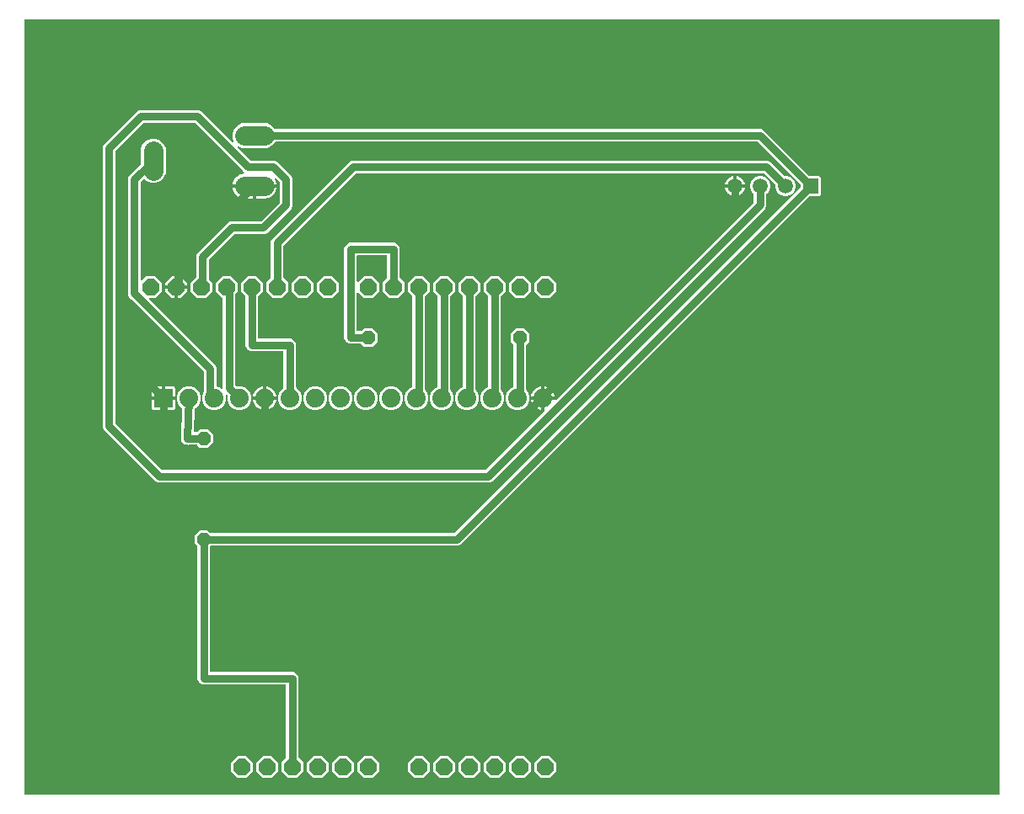
<source format=gbr>
G04 EAGLE Gerber RS-274X export*
G75*
%MOMM*%
%FSLAX34Y34*%
%LPD*%
%INBottom Copper*%
%IPPOS*%
%AMOC8*
5,1,8,0,0,1.08239X$1,22.5*%
G01*
%ADD10R,1.879600X1.879600*%
%ADD11C,1.879600*%
%ADD12P,1.539592X8X202.500000*%
%ADD13C,1.981200*%
%ADD14P,1.814519X8X22.500000*%
%ADD15R,1.508000X1.508000*%
%ADD16C,1.508000*%
%ADD17P,1.429621X8X292.500000*%
%ADD18C,0.762000*%

G36*
X989098Y10164D02*
X989098Y10164D01*
X989117Y10162D01*
X989219Y10184D01*
X989321Y10200D01*
X989338Y10210D01*
X989358Y10214D01*
X989447Y10267D01*
X989538Y10316D01*
X989552Y10330D01*
X989569Y10340D01*
X989636Y10419D01*
X989708Y10494D01*
X989716Y10512D01*
X989729Y10527D01*
X989768Y10623D01*
X989811Y10717D01*
X989813Y10737D01*
X989821Y10755D01*
X989839Y10922D01*
X989839Y789078D01*
X989836Y789098D01*
X989838Y789117D01*
X989816Y789219D01*
X989800Y789321D01*
X989790Y789338D01*
X989786Y789358D01*
X989733Y789447D01*
X989684Y789538D01*
X989670Y789552D01*
X989660Y789569D01*
X989581Y789636D01*
X989506Y789708D01*
X989488Y789716D01*
X989473Y789729D01*
X989377Y789768D01*
X989283Y789811D01*
X989263Y789813D01*
X989245Y789821D01*
X989078Y789839D01*
X10922Y789839D01*
X10902Y789836D01*
X10883Y789838D01*
X10781Y789816D01*
X10679Y789800D01*
X10662Y789790D01*
X10642Y789786D01*
X10553Y789733D01*
X10462Y789684D01*
X10448Y789670D01*
X10431Y789660D01*
X10364Y789581D01*
X10292Y789506D01*
X10284Y789488D01*
X10271Y789473D01*
X10232Y789377D01*
X10189Y789283D01*
X10187Y789263D01*
X10179Y789245D01*
X10161Y789078D01*
X10161Y10922D01*
X10164Y10902D01*
X10162Y10883D01*
X10184Y10781D01*
X10200Y10679D01*
X10210Y10662D01*
X10214Y10642D01*
X10267Y10553D01*
X10316Y10462D01*
X10330Y10448D01*
X10340Y10431D01*
X10419Y10364D01*
X10494Y10292D01*
X10512Y10284D01*
X10527Y10271D01*
X10623Y10232D01*
X10717Y10189D01*
X10737Y10187D01*
X10755Y10179D01*
X10922Y10161D01*
X989078Y10161D01*
X989098Y10164D01*
G37*
%LPC*%
G36*
X274876Y27177D02*
X274876Y27177D01*
X268477Y33576D01*
X268477Y42624D01*
X272826Y46973D01*
X272879Y47047D01*
X272939Y47117D01*
X272951Y47147D01*
X272970Y47173D01*
X272997Y47260D01*
X273031Y47345D01*
X273035Y47386D01*
X273042Y47408D01*
X273041Y47440D01*
X273049Y47512D01*
X273049Y119888D01*
X273046Y119908D01*
X273048Y119927D01*
X273026Y120029D01*
X273010Y120131D01*
X273000Y120148D01*
X272996Y120168D01*
X272943Y120257D01*
X272894Y120348D01*
X272880Y120362D01*
X272870Y120379D01*
X272791Y120446D01*
X272716Y120518D01*
X272698Y120526D01*
X272683Y120539D01*
X272587Y120578D01*
X272493Y120621D01*
X272473Y120623D01*
X272455Y120631D01*
X272288Y120649D01*
X189237Y120649D01*
X186903Y121616D01*
X185116Y123403D01*
X184149Y125737D01*
X184149Y259803D01*
X184135Y259893D01*
X184127Y259984D01*
X184115Y260014D01*
X184110Y260046D01*
X184067Y260126D01*
X184031Y260210D01*
X184005Y260242D01*
X183994Y260263D01*
X183971Y260285D01*
X183926Y260341D01*
X181355Y262912D01*
X181355Y270488D01*
X186712Y275845D01*
X194288Y275845D01*
X196859Y273274D01*
X196933Y273221D01*
X197002Y273161D01*
X197032Y273149D01*
X197059Y273130D01*
X197146Y273103D01*
X197230Y273069D01*
X197271Y273065D01*
X197294Y273058D01*
X197326Y273059D01*
X197397Y273051D01*
X441554Y273051D01*
X441644Y273065D01*
X441735Y273073D01*
X441765Y273085D01*
X441797Y273090D01*
X441878Y273133D01*
X441961Y273169D01*
X441994Y273195D01*
X442014Y273206D01*
X442036Y273229D01*
X442092Y273274D01*
X789796Y620978D01*
X789849Y621052D01*
X789909Y621121D01*
X789921Y621151D01*
X789940Y621177D01*
X789967Y621264D01*
X790001Y621349D01*
X790005Y621390D01*
X790012Y621412D01*
X790011Y621444D01*
X790019Y621516D01*
X790019Y623084D01*
X790005Y623174D01*
X789997Y623265D01*
X789985Y623295D01*
X789980Y623327D01*
X789937Y623408D01*
X789901Y623491D01*
X789875Y623524D01*
X789864Y623544D01*
X789841Y623566D01*
X789796Y623622D01*
X746892Y666526D01*
X746818Y666579D01*
X746749Y666639D01*
X746719Y666651D01*
X746693Y666670D01*
X746606Y666697D01*
X746521Y666731D01*
X746480Y666735D01*
X746458Y666742D01*
X746425Y666741D01*
X746354Y666749D01*
X262556Y666749D01*
X262441Y666730D01*
X262325Y666713D01*
X262320Y666711D01*
X262314Y666710D01*
X262211Y666655D01*
X262106Y666602D01*
X262102Y666597D01*
X262096Y666594D01*
X262016Y666510D01*
X261934Y666426D01*
X261930Y666420D01*
X261927Y666416D01*
X261919Y666399D01*
X261853Y666279D01*
X261758Y666049D01*
X258257Y662548D01*
X253682Y660653D01*
X228918Y660653D01*
X225130Y662222D01*
X225035Y662245D01*
X224942Y662273D01*
X224916Y662273D01*
X224891Y662278D01*
X224794Y662269D01*
X224696Y662267D01*
X224672Y662258D01*
X224646Y662255D01*
X224557Y662216D01*
X224465Y662182D01*
X224445Y662166D01*
X224421Y662155D01*
X224349Y662089D01*
X224273Y662029D01*
X224259Y662007D01*
X224240Y661989D01*
X224193Y661904D01*
X224140Y661822D01*
X224134Y661796D01*
X224121Y661773D01*
X224104Y661678D01*
X224080Y661583D01*
X224082Y661557D01*
X224078Y661531D01*
X224092Y661435D01*
X224099Y661338D01*
X224110Y661314D01*
X224113Y661288D01*
X224158Y661201D01*
X224196Y661112D01*
X224216Y661086D01*
X224225Y661069D01*
X224249Y661046D01*
X224301Y660981D01*
X237358Y647924D01*
X237432Y647871D01*
X237501Y647811D01*
X237531Y647799D01*
X237557Y647780D01*
X237644Y647753D01*
X237729Y647719D01*
X237770Y647715D01*
X237792Y647708D01*
X237825Y647709D01*
X237896Y647701D01*
X261613Y647701D01*
X263947Y646734D01*
X278434Y632247D01*
X279401Y629913D01*
X279401Y601987D01*
X278434Y599653D01*
X253787Y575006D01*
X251453Y574039D01*
X221386Y574039D01*
X221296Y574025D01*
X221205Y574017D01*
X221175Y574005D01*
X221143Y574000D01*
X221062Y573957D01*
X220979Y573921D01*
X220946Y573895D01*
X220926Y573884D01*
X220904Y573861D01*
X220848Y573816D01*
X195804Y548772D01*
X195751Y548698D01*
X195691Y548629D01*
X195679Y548599D01*
X195660Y548573D01*
X195633Y548486D01*
X195599Y548401D01*
X195595Y548360D01*
X195588Y548338D01*
X195589Y548305D01*
X195581Y548234D01*
X195581Y528842D01*
X195595Y528752D01*
X195603Y528661D01*
X195615Y528631D01*
X195620Y528599D01*
X195663Y528518D01*
X195699Y528434D01*
X195725Y528402D01*
X195736Y528382D01*
X195759Y528359D01*
X195804Y528303D01*
X198883Y525224D01*
X198883Y516176D01*
X192484Y509777D01*
X183436Y509777D01*
X177037Y516176D01*
X177037Y525224D01*
X182656Y530843D01*
X182709Y530917D01*
X182769Y530987D01*
X182781Y531017D01*
X182800Y531043D01*
X182827Y531130D01*
X182861Y531215D01*
X182865Y531256D01*
X182872Y531278D01*
X182871Y531310D01*
X182879Y531382D01*
X182879Y552443D01*
X183846Y554777D01*
X214843Y585774D01*
X217177Y586741D01*
X247244Y586741D01*
X247334Y586755D01*
X247425Y586763D01*
X247455Y586775D01*
X247487Y586780D01*
X247568Y586823D01*
X247651Y586859D01*
X247684Y586885D01*
X247704Y586896D01*
X247726Y586919D01*
X247782Y586964D01*
X266476Y605658D01*
X266529Y605732D01*
X266589Y605801D01*
X266601Y605831D01*
X266620Y605857D01*
X266647Y605944D01*
X266681Y606029D01*
X266685Y606070D01*
X266692Y606092D01*
X266691Y606125D01*
X266699Y606196D01*
X266699Y625704D01*
X266685Y625794D01*
X266677Y625885D01*
X266665Y625915D01*
X266660Y625947D01*
X266617Y626027D01*
X266581Y626111D01*
X266555Y626144D01*
X266544Y626164D01*
X266521Y626186D01*
X266476Y626242D01*
X263127Y629592D01*
X263124Y629594D01*
X263121Y629597D01*
X263022Y629667D01*
X262927Y629735D01*
X262923Y629737D01*
X262920Y629739D01*
X262805Y629773D01*
X262692Y629808D01*
X262688Y629808D01*
X262684Y629809D01*
X262566Y629805D01*
X262446Y629801D01*
X262442Y629800D01*
X262438Y629800D01*
X262329Y629758D01*
X262215Y629717D01*
X262212Y629714D01*
X262208Y629713D01*
X262117Y629638D01*
X262023Y629563D01*
X262021Y629560D01*
X262018Y629557D01*
X261955Y629458D01*
X261890Y629356D01*
X261889Y629352D01*
X261887Y629349D01*
X261859Y629234D01*
X261830Y629118D01*
X261830Y629114D01*
X261829Y629110D01*
X261840Y628990D01*
X261849Y628873D01*
X261851Y628869D01*
X261851Y628865D01*
X261910Y628708D01*
X262741Y627078D01*
X263346Y625215D01*
X263567Y623823D01*
X242062Y623823D01*
X242042Y623820D01*
X242023Y623822D01*
X241921Y623800D01*
X241819Y623783D01*
X241802Y623774D01*
X241782Y623770D01*
X241693Y623717D01*
X241602Y623668D01*
X241588Y623654D01*
X241571Y623644D01*
X241504Y623565D01*
X241433Y623490D01*
X241424Y623472D01*
X241411Y623457D01*
X241373Y623361D01*
X241329Y623267D01*
X241327Y623247D01*
X241319Y623229D01*
X241301Y623062D01*
X241301Y622299D01*
X241299Y622299D01*
X241299Y623062D01*
X241296Y623082D01*
X241298Y623101D01*
X241276Y623203D01*
X241259Y623305D01*
X241250Y623322D01*
X241246Y623342D01*
X241193Y623431D01*
X241144Y623522D01*
X241130Y623536D01*
X241120Y623553D01*
X241041Y623620D01*
X240966Y623691D01*
X240948Y623700D01*
X240933Y623713D01*
X240837Y623752D01*
X240743Y623795D01*
X240723Y623797D01*
X240705Y623805D01*
X240538Y623823D01*
X219033Y623823D01*
X219254Y625215D01*
X219859Y627078D01*
X220749Y628823D01*
X221900Y630409D01*
X223285Y631794D01*
X224871Y632945D01*
X226616Y633835D01*
X228479Y634440D01*
X230414Y634747D01*
X230734Y634747D01*
X230805Y634758D01*
X230877Y634760D01*
X230926Y634778D01*
X230977Y634786D01*
X231040Y634820D01*
X231108Y634845D01*
X231148Y634877D01*
X231194Y634902D01*
X231244Y634954D01*
X231300Y634998D01*
X231328Y635042D01*
X231364Y635080D01*
X231394Y635145D01*
X231433Y635205D01*
X231445Y635256D01*
X231467Y635303D01*
X231475Y635374D01*
X231493Y635444D01*
X231489Y635496D01*
X231494Y635547D01*
X231479Y635618D01*
X231474Y635689D01*
X231453Y635737D01*
X231442Y635788D01*
X231405Y635849D01*
X231377Y635915D01*
X231332Y635971D01*
X231316Y635999D01*
X231298Y636014D01*
X231272Y636046D01*
X229459Y637860D01*
X181742Y685576D01*
X181668Y685629D01*
X181599Y685689D01*
X181569Y685701D01*
X181543Y685720D01*
X181456Y685747D01*
X181371Y685781D01*
X181330Y685785D01*
X181308Y685792D01*
X181275Y685791D01*
X181204Y685799D01*
X129946Y685799D01*
X129856Y685785D01*
X129765Y685777D01*
X129735Y685765D01*
X129703Y685760D01*
X129622Y685717D01*
X129539Y685681D01*
X129506Y685655D01*
X129486Y685644D01*
X129464Y685621D01*
X129408Y685576D01*
X101824Y657992D01*
X101771Y657918D01*
X101711Y657849D01*
X101699Y657819D01*
X101680Y657793D01*
X101653Y657706D01*
X101619Y657621D01*
X101615Y657580D01*
X101608Y657558D01*
X101609Y657525D01*
X101601Y657454D01*
X101601Y383946D01*
X101615Y383856D01*
X101623Y383765D01*
X101635Y383735D01*
X101640Y383703D01*
X101665Y383657D01*
X101665Y383655D01*
X101672Y383644D01*
X101683Y383622D01*
X101719Y383539D01*
X101745Y383506D01*
X101756Y383486D01*
X101779Y383464D01*
X101782Y383460D01*
X101792Y383444D01*
X101802Y383435D01*
X101824Y383408D01*
X148458Y336774D01*
X148532Y336721D01*
X148601Y336661D01*
X148631Y336649D01*
X148657Y336630D01*
X148744Y336603D01*
X148829Y336569D01*
X148870Y336565D01*
X148892Y336558D01*
X148925Y336559D01*
X148996Y336551D01*
X473304Y336551D01*
X473394Y336565D01*
X473485Y336573D01*
X473515Y336585D01*
X473547Y336590D01*
X473628Y336633D01*
X473711Y336669D01*
X473744Y336695D01*
X473764Y336706D01*
X473786Y336729D01*
X473842Y336774D01*
X532904Y395836D01*
X532909Y395842D01*
X532915Y395847D01*
X532981Y395943D01*
X533048Y396035D01*
X533050Y396043D01*
X533055Y396050D01*
X533087Y396161D01*
X533120Y396270D01*
X533120Y396278D01*
X533122Y396286D01*
X533117Y396401D01*
X533114Y396516D01*
X533111Y396524D01*
X533111Y396532D01*
X533069Y396639D01*
X533029Y396747D01*
X533024Y396754D01*
X533022Y396761D01*
X532948Y396849D01*
X532876Y396939D01*
X532869Y396944D01*
X532864Y396950D01*
X532766Y397010D01*
X532669Y397072D01*
X532661Y397074D01*
X532654Y397079D01*
X532542Y397104D01*
X532430Y397132D01*
X532423Y397132D01*
X532423Y407477D01*
X542775Y407477D01*
X542775Y407407D01*
X542778Y407400D01*
X542778Y407391D01*
X542818Y407283D01*
X542855Y407174D01*
X542860Y407168D01*
X542863Y407160D01*
X542935Y407071D01*
X543005Y406979D01*
X543011Y406975D01*
X543016Y406968D01*
X543114Y406906D01*
X543209Y406842D01*
X543217Y406840D01*
X543223Y406835D01*
X543335Y406807D01*
X543446Y406777D01*
X543454Y406777D01*
X543462Y406775D01*
X543576Y406784D01*
X543692Y406791D01*
X543699Y406794D01*
X543707Y406795D01*
X543812Y406839D01*
X543920Y406882D01*
X543926Y406888D01*
X543933Y406891D01*
X544064Y406996D01*
X742726Y605658D01*
X742779Y605732D01*
X742839Y605801D01*
X742851Y605831D01*
X742870Y605857D01*
X742897Y605944D01*
X742931Y606029D01*
X742935Y606070D01*
X742942Y606092D01*
X742941Y606125D01*
X742949Y606196D01*
X742949Y614079D01*
X742935Y614169D01*
X742927Y614260D01*
X742915Y614290D01*
X742910Y614322D01*
X742867Y614403D01*
X742831Y614486D01*
X742805Y614519D01*
X742794Y614539D01*
X742771Y614561D01*
X742726Y614617D01*
X740754Y616590D01*
X739219Y620295D01*
X739219Y624305D01*
X740754Y628010D01*
X743590Y630846D01*
X747295Y632381D01*
X751305Y632381D01*
X755010Y630846D01*
X757846Y628010D01*
X759381Y624305D01*
X759381Y620295D01*
X757846Y616590D01*
X755874Y614617D01*
X755821Y614543D01*
X755761Y614474D01*
X755749Y614444D01*
X755730Y614418D01*
X755703Y614331D01*
X755669Y614246D01*
X755665Y614205D01*
X755658Y614183D01*
X755659Y614150D01*
X755651Y614079D01*
X755651Y601987D01*
X754684Y599653D01*
X479847Y324816D01*
X477513Y323849D01*
X144787Y323849D01*
X142453Y324816D01*
X89866Y377403D01*
X88899Y379737D01*
X88899Y661663D01*
X89866Y663997D01*
X123403Y697534D01*
X125737Y698501D01*
X185413Y698501D01*
X187747Y697534D01*
X219275Y666007D01*
X219354Y665950D01*
X219429Y665888D01*
X219453Y665878D01*
X219474Y665863D01*
X219568Y665834D01*
X219658Y665799D01*
X219685Y665798D01*
X219710Y665791D01*
X219807Y665793D01*
X219904Y665789D01*
X219929Y665796D01*
X219955Y665797D01*
X220047Y665830D01*
X220140Y665858D01*
X220162Y665872D01*
X220186Y665881D01*
X220263Y665942D01*
X220342Y665998D01*
X220358Y666019D01*
X220378Y666035D01*
X220431Y666117D01*
X220489Y666195D01*
X220497Y666220D01*
X220511Y666242D01*
X220535Y666336D01*
X220565Y666429D01*
X220565Y666455D01*
X220572Y666481D01*
X220564Y666578D01*
X220563Y666675D01*
X220554Y666706D01*
X220552Y666726D01*
X220540Y666756D01*
X220516Y666836D01*
X218947Y670624D01*
X218947Y675576D01*
X220842Y680151D01*
X224343Y683652D01*
X228918Y685547D01*
X253682Y685547D01*
X258257Y683652D01*
X261758Y680151D01*
X261853Y679921D01*
X261915Y679821D01*
X261975Y679721D01*
X261979Y679717D01*
X261983Y679712D01*
X262073Y679637D01*
X262161Y679561D01*
X262167Y679559D01*
X262172Y679555D01*
X262281Y679513D01*
X262390Y679469D01*
X262397Y679468D01*
X262402Y679467D01*
X262420Y679466D01*
X262556Y679451D01*
X750563Y679451D01*
X752897Y678484D01*
X798778Y632604D01*
X798852Y632551D01*
X798921Y632491D01*
X798951Y632479D01*
X798977Y632460D01*
X799064Y632433D01*
X799149Y632399D01*
X799190Y632395D01*
X799212Y632388D01*
X799245Y632389D01*
X799316Y632381D01*
X808692Y632381D01*
X810181Y630892D01*
X810181Y613708D01*
X808692Y612219D01*
X799316Y612219D01*
X799226Y612205D01*
X799135Y612197D01*
X799105Y612185D01*
X799073Y612180D01*
X798992Y612137D01*
X798909Y612101D01*
X798876Y612075D01*
X798856Y612064D01*
X798834Y612041D01*
X798778Y611996D01*
X448097Y261316D01*
X445763Y260349D01*
X197612Y260349D01*
X197592Y260346D01*
X197573Y260348D01*
X197471Y260326D01*
X197369Y260310D01*
X197352Y260300D01*
X197332Y260296D01*
X197243Y260243D01*
X197152Y260194D01*
X197138Y260180D01*
X197121Y260170D01*
X197054Y260091D01*
X196982Y260016D01*
X196974Y259998D01*
X196961Y259983D01*
X196922Y259887D01*
X196879Y259793D01*
X196877Y259773D01*
X196869Y259755D01*
X196851Y259588D01*
X196851Y134112D01*
X196854Y134092D01*
X196852Y134073D01*
X196874Y133971D01*
X196890Y133869D01*
X196900Y133852D01*
X196904Y133832D01*
X196957Y133743D01*
X197006Y133652D01*
X197020Y133638D01*
X197030Y133621D01*
X197109Y133554D01*
X197184Y133482D01*
X197202Y133474D01*
X197217Y133461D01*
X197313Y133422D01*
X197407Y133379D01*
X197427Y133377D01*
X197445Y133369D01*
X197612Y133351D01*
X280663Y133351D01*
X282997Y132384D01*
X284784Y130597D01*
X285751Y128263D01*
X285751Y47512D01*
X285765Y47422D01*
X285773Y47331D01*
X285785Y47301D01*
X285790Y47269D01*
X285833Y47188D01*
X285869Y47104D01*
X285895Y47072D01*
X285906Y47052D01*
X285929Y47029D01*
X285974Y46973D01*
X290323Y42624D01*
X290323Y33576D01*
X283924Y27177D01*
X274876Y27177D01*
G37*
%LPD*%
%LPC*%
G36*
X259636Y509777D02*
X259636Y509777D01*
X253237Y516176D01*
X253237Y525224D01*
X257586Y529573D01*
X257631Y529635D01*
X257660Y529666D01*
X257666Y529678D01*
X257699Y529717D01*
X257711Y529747D01*
X257730Y529773D01*
X257757Y529860D01*
X257791Y529945D01*
X257795Y529986D01*
X257802Y530008D01*
X257801Y530040D01*
X257809Y530112D01*
X257809Y566413D01*
X258776Y568747D01*
X336763Y646734D01*
X339097Y647701D01*
X756913Y647701D01*
X759247Y646734D01*
X773378Y632604D01*
X773452Y632551D01*
X773521Y632491D01*
X773551Y632479D01*
X773577Y632460D01*
X773664Y632433D01*
X773749Y632399D01*
X773790Y632395D01*
X773812Y632388D01*
X773845Y632389D01*
X773916Y632381D01*
X776705Y632381D01*
X780410Y630846D01*
X783246Y628010D01*
X784781Y624305D01*
X784781Y620295D01*
X783246Y616590D01*
X780410Y613754D01*
X776705Y612219D01*
X772695Y612219D01*
X768990Y613754D01*
X766154Y616590D01*
X764619Y620295D01*
X764619Y623084D01*
X764605Y623174D01*
X764597Y623265D01*
X764585Y623295D01*
X764580Y623327D01*
X764537Y623408D01*
X764501Y623491D01*
X764475Y623524D01*
X764464Y623544D01*
X764441Y623566D01*
X764396Y623622D01*
X753242Y634776D01*
X753168Y634829D01*
X753099Y634889D01*
X753069Y634901D01*
X753043Y634920D01*
X752956Y634947D01*
X752871Y634981D01*
X752830Y634985D01*
X752808Y634992D01*
X752775Y634991D01*
X752704Y634999D01*
X343306Y634999D01*
X343216Y634985D01*
X343125Y634977D01*
X343095Y634965D01*
X343063Y634960D01*
X342982Y634917D01*
X342899Y634881D01*
X342866Y634855D01*
X342846Y634844D01*
X342824Y634821D01*
X342768Y634776D01*
X270734Y562742D01*
X270681Y562668D01*
X270621Y562599D01*
X270609Y562569D01*
X270590Y562543D01*
X270563Y562456D01*
X270529Y562371D01*
X270525Y562330D01*
X270518Y562308D01*
X270519Y562275D01*
X270511Y562204D01*
X270511Y530112D01*
X270525Y530022D01*
X270533Y529931D01*
X270545Y529901D01*
X270550Y529869D01*
X270593Y529788D01*
X270629Y529704D01*
X270655Y529672D01*
X270666Y529652D01*
X270689Y529629D01*
X270701Y529614D01*
X270707Y529604D01*
X270714Y529598D01*
X270734Y529573D01*
X275083Y525224D01*
X275083Y516176D01*
X268684Y509777D01*
X259636Y509777D01*
G37*
%LPD*%
%LPC*%
G36*
X198325Y397061D02*
X198325Y397061D01*
X193937Y398879D01*
X190579Y402237D01*
X188761Y406625D01*
X188761Y411375D01*
X190441Y415431D01*
X190456Y415495D01*
X190481Y415555D01*
X190490Y415638D01*
X190497Y415670D01*
X190496Y415690D01*
X190499Y415722D01*
X190499Y435204D01*
X190485Y435294D01*
X190477Y435385D01*
X190465Y435415D01*
X190460Y435447D01*
X190417Y435528D01*
X190381Y435611D01*
X190355Y435644D01*
X190344Y435664D01*
X190321Y435686D01*
X190276Y435742D01*
X117160Y508859D01*
X115266Y510753D01*
X114299Y513087D01*
X114299Y629913D01*
X115266Y632247D01*
X127030Y644012D01*
X127083Y644086D01*
X127143Y644155D01*
X127155Y644185D01*
X127174Y644211D01*
X127201Y644298D01*
X127235Y644383D01*
X127239Y644424D01*
X127246Y644446D01*
X127245Y644479D01*
X127253Y644550D01*
X127253Y660082D01*
X129148Y664657D01*
X132649Y668158D01*
X137224Y670053D01*
X142176Y670053D01*
X146751Y668158D01*
X150252Y664657D01*
X152147Y660082D01*
X152147Y635318D01*
X150252Y630743D01*
X146751Y627242D01*
X142176Y625347D01*
X137224Y625347D01*
X132649Y627242D01*
X130975Y628917D01*
X130959Y628929D01*
X130946Y628944D01*
X130859Y629000D01*
X130775Y629060D01*
X130756Y629066D01*
X130739Y629077D01*
X130639Y629102D01*
X130540Y629133D01*
X130520Y629132D01*
X130501Y629137D01*
X130398Y629129D01*
X130294Y629126D01*
X130275Y629120D01*
X130255Y629118D01*
X130161Y629078D01*
X130063Y629042D01*
X130047Y629029D01*
X130029Y629022D01*
X129898Y628917D01*
X127224Y626242D01*
X127171Y626168D01*
X127111Y626099D01*
X127099Y626069D01*
X127080Y626043D01*
X127053Y625955D01*
X127019Y625871D01*
X127015Y625830D01*
X127008Y625808D01*
X127009Y625775D01*
X127001Y625704D01*
X127001Y527826D01*
X127012Y527755D01*
X127014Y527683D01*
X127032Y527634D01*
X127040Y527583D01*
X127074Y527520D01*
X127099Y527452D01*
X127131Y527412D01*
X127156Y527365D01*
X127208Y527316D01*
X127252Y527260D01*
X127296Y527232D01*
X127334Y527196D01*
X127399Y527166D01*
X127459Y527127D01*
X127510Y527114D01*
X127557Y527092D01*
X127628Y527085D01*
X127698Y527067D01*
X127750Y527071D01*
X127801Y527065D01*
X127872Y527081D01*
X127943Y527086D01*
X127991Y527107D01*
X128042Y527118D01*
X128103Y527154D01*
X128169Y527183D01*
X128225Y527227D01*
X128253Y527244D01*
X128268Y527262D01*
X128300Y527287D01*
X132636Y531623D01*
X141684Y531623D01*
X148083Y525224D01*
X148083Y516176D01*
X141684Y509777D01*
X136042Y509777D01*
X135971Y509766D01*
X135899Y509764D01*
X135850Y509746D01*
X135799Y509738D01*
X135736Y509704D01*
X135668Y509679D01*
X135628Y509647D01*
X135582Y509622D01*
X135532Y509570D01*
X135476Y509526D01*
X135448Y509482D01*
X135412Y509444D01*
X135382Y509379D01*
X135343Y509319D01*
X135331Y509268D01*
X135309Y509221D01*
X135301Y509150D01*
X135283Y509080D01*
X135287Y509028D01*
X135282Y508977D01*
X135297Y508906D01*
X135302Y508835D01*
X135323Y508787D01*
X135334Y508736D01*
X135371Y508675D01*
X135399Y508609D01*
X135443Y508553D01*
X135460Y508525D01*
X135478Y508510D01*
X135504Y508478D01*
X202234Y441747D01*
X203201Y439413D01*
X203201Y421395D01*
X203220Y421280D01*
X203237Y421164D01*
X203239Y421159D01*
X203240Y421152D01*
X203295Y421049D01*
X203348Y420945D01*
X203353Y420941D01*
X203356Y420935D01*
X203440Y420855D01*
X203524Y420773D01*
X203530Y420769D01*
X203534Y420766D01*
X203551Y420758D01*
X203671Y420692D01*
X207463Y419121D01*
X208250Y418334D01*
X208308Y418292D01*
X208360Y418243D01*
X208407Y418221D01*
X208449Y418191D01*
X208518Y418170D01*
X208583Y418139D01*
X208635Y418134D01*
X208685Y418118D01*
X208756Y418120D01*
X208827Y418112D01*
X208878Y418123D01*
X208930Y418125D01*
X208998Y418149D01*
X209068Y418164D01*
X209113Y418191D01*
X209161Y418209D01*
X209217Y418254D01*
X209279Y418291D01*
X209313Y418330D01*
X209353Y418363D01*
X209392Y418423D01*
X209439Y418478D01*
X209458Y418526D01*
X209486Y418570D01*
X209504Y418639D01*
X209531Y418706D01*
X209539Y418777D01*
X209547Y418808D01*
X209545Y418832D01*
X209549Y418872D01*
X209549Y509016D01*
X209546Y509036D01*
X209548Y509055D01*
X209526Y509157D01*
X209510Y509259D01*
X209500Y509276D01*
X209496Y509296D01*
X209443Y509385D01*
X209394Y509476D01*
X209380Y509490D01*
X209370Y509507D01*
X209291Y509574D01*
X209216Y509646D01*
X209198Y509654D01*
X209183Y509667D01*
X209087Y509706D01*
X208993Y509749D01*
X208973Y509751D01*
X208955Y509759D01*
X208842Y509771D01*
X202437Y516176D01*
X202437Y525224D01*
X208836Y531623D01*
X217884Y531623D01*
X224283Y525224D01*
X224283Y516176D01*
X222474Y514367D01*
X222421Y514293D01*
X222361Y514223D01*
X222349Y514193D01*
X222330Y514167D01*
X222303Y514080D01*
X222269Y513995D01*
X222265Y513954D01*
X222258Y513932D01*
X222259Y513900D01*
X222251Y513828D01*
X222251Y422046D01*
X222265Y421956D01*
X222273Y421865D01*
X222285Y421835D01*
X222290Y421803D01*
X222333Y421723D01*
X222369Y421639D01*
X222395Y421606D01*
X222406Y421586D01*
X222429Y421564D01*
X222474Y421508D01*
X222883Y421098D01*
X222977Y421031D01*
X223072Y420961D01*
X223077Y420959D01*
X223083Y420955D01*
X223195Y420920D01*
X223305Y420884D01*
X223312Y420884D01*
X223318Y420883D01*
X223434Y420886D01*
X223551Y420887D01*
X223559Y420889D01*
X223564Y420889D01*
X223581Y420895D01*
X223712Y420933D01*
X223725Y420939D01*
X228475Y420939D01*
X232863Y419121D01*
X236221Y415763D01*
X238039Y411375D01*
X238039Y406625D01*
X236221Y402237D01*
X232863Y398879D01*
X228475Y397061D01*
X223725Y397061D01*
X219337Y398879D01*
X215979Y402237D01*
X214161Y406625D01*
X214161Y411465D01*
X214163Y411473D01*
X214163Y411479D01*
X214164Y411484D01*
X214161Y411515D01*
X214161Y411526D01*
X214159Y411541D01*
X214153Y411602D01*
X214150Y411642D01*
X214150Y411657D01*
X214149Y411662D01*
X214144Y411718D01*
X214142Y411723D01*
X214141Y411729D01*
X214105Y411811D01*
X214103Y411818D01*
X214092Y411845D01*
X214087Y411853D01*
X214048Y411945D01*
X214044Y411950D01*
X214042Y411954D01*
X214030Y411967D01*
X213969Y412044D01*
X213962Y412054D01*
X213957Y412059D01*
X213943Y412076D01*
X213927Y412092D01*
X213894Y412115D01*
X213876Y412135D01*
X213840Y412155D01*
X213773Y412211D01*
X213748Y412220D01*
X213727Y412235D01*
X213634Y412264D01*
X213543Y412299D01*
X213517Y412300D01*
X213492Y412308D01*
X213395Y412305D01*
X213297Y412309D01*
X213272Y412302D01*
X213246Y412301D01*
X213155Y412268D01*
X213061Y412241D01*
X213040Y412226D01*
X213015Y412217D01*
X212939Y412156D01*
X212859Y412100D01*
X212844Y412079D01*
X212823Y412063D01*
X212770Y411981D01*
X212712Y411903D01*
X212704Y411878D01*
X212690Y411856D01*
X212666Y411762D01*
X212636Y411669D01*
X212636Y411643D01*
X212630Y411618D01*
X212638Y411520D01*
X212639Y411423D01*
X212639Y406625D01*
X210821Y402237D01*
X207463Y398879D01*
X203075Y397061D01*
X198325Y397061D01*
G37*
%LPD*%
%LPC*%
G36*
X351602Y460247D02*
X351602Y460247D01*
X348523Y463326D01*
X348449Y463379D01*
X348379Y463439D01*
X348349Y463451D01*
X348323Y463470D01*
X348236Y463497D01*
X348151Y463531D01*
X348110Y463535D01*
X348088Y463542D01*
X348056Y463541D01*
X347984Y463549D01*
X336557Y463549D01*
X334223Y464516D01*
X332436Y466303D01*
X331469Y468637D01*
X331469Y560063D01*
X332436Y562397D01*
X334223Y564184D01*
X336557Y565151D01*
X382263Y565151D01*
X384597Y564184D01*
X386384Y562397D01*
X387351Y560063D01*
X387351Y530112D01*
X387365Y530022D01*
X387373Y529931D01*
X387385Y529901D01*
X387390Y529869D01*
X387433Y529788D01*
X387469Y529704D01*
X387495Y529672D01*
X387506Y529652D01*
X387529Y529629D01*
X387541Y529614D01*
X387547Y529604D01*
X387554Y529598D01*
X387574Y529573D01*
X391923Y525224D01*
X391923Y516176D01*
X385524Y509777D01*
X376476Y509777D01*
X370077Y516176D01*
X370077Y525224D01*
X374426Y529573D01*
X374471Y529635D01*
X374500Y529666D01*
X374506Y529678D01*
X374539Y529717D01*
X374551Y529747D01*
X374570Y529773D01*
X374597Y529860D01*
X374631Y529945D01*
X374635Y529986D01*
X374642Y530008D01*
X374641Y530040D01*
X374649Y530112D01*
X374649Y551688D01*
X374646Y551708D01*
X374648Y551727D01*
X374626Y551829D01*
X374610Y551931D01*
X374600Y551948D01*
X374596Y551968D01*
X374543Y552057D01*
X374494Y552148D01*
X374480Y552162D01*
X374470Y552179D01*
X374391Y552246D01*
X374316Y552318D01*
X374298Y552326D01*
X374283Y552339D01*
X374187Y552378D01*
X374093Y552421D01*
X374073Y552423D01*
X374055Y552431D01*
X373888Y552449D01*
X344932Y552449D01*
X344912Y552446D01*
X344893Y552448D01*
X344791Y552426D01*
X344689Y552410D01*
X344672Y552400D01*
X344652Y552396D01*
X344563Y552343D01*
X344472Y552294D01*
X344458Y552280D01*
X344441Y552270D01*
X344374Y552191D01*
X344302Y552116D01*
X344294Y552098D01*
X344281Y552083D01*
X344242Y551987D01*
X344199Y551893D01*
X344197Y551873D01*
X344189Y551855D01*
X344171Y551688D01*
X344171Y526556D01*
X344182Y526485D01*
X344184Y526413D01*
X344202Y526364D01*
X344210Y526313D01*
X344244Y526250D01*
X344269Y526182D01*
X344301Y526142D01*
X344326Y526095D01*
X344378Y526046D01*
X344422Y525990D01*
X344466Y525962D01*
X344504Y525926D01*
X344569Y525896D01*
X344629Y525857D01*
X344680Y525844D01*
X344727Y525822D01*
X344798Y525815D01*
X344868Y525797D01*
X344920Y525801D01*
X344971Y525795D01*
X345042Y525811D01*
X345113Y525816D01*
X345161Y525837D01*
X345212Y525848D01*
X345273Y525884D01*
X345339Y525913D01*
X345395Y525957D01*
X345423Y525974D01*
X345438Y525992D01*
X345470Y526017D01*
X351076Y531623D01*
X360124Y531623D01*
X366523Y525224D01*
X366523Y516176D01*
X360124Y509777D01*
X351076Y509777D01*
X345470Y515383D01*
X345412Y515425D01*
X345360Y515474D01*
X345313Y515496D01*
X345271Y515526D01*
X345202Y515547D01*
X345137Y515578D01*
X345085Y515583D01*
X345035Y515599D01*
X344964Y515597D01*
X344893Y515605D01*
X344842Y515594D01*
X344790Y515592D01*
X344722Y515568D01*
X344652Y515552D01*
X344607Y515526D01*
X344559Y515508D01*
X344503Y515463D01*
X344441Y515426D01*
X344407Y515387D01*
X344367Y515354D01*
X344328Y515294D01*
X344281Y515239D01*
X344262Y515191D01*
X344234Y515147D01*
X344216Y515078D01*
X344189Y515011D01*
X344181Y514940D01*
X344173Y514909D01*
X344175Y514885D01*
X344171Y514844D01*
X344171Y477012D01*
X344174Y476992D01*
X344172Y476973D01*
X344194Y476871D01*
X344210Y476769D01*
X344220Y476752D01*
X344224Y476732D01*
X344277Y476643D01*
X344326Y476552D01*
X344340Y476538D01*
X344350Y476521D01*
X344429Y476454D01*
X344504Y476382D01*
X344522Y476374D01*
X344537Y476361D01*
X344633Y476322D01*
X344727Y476279D01*
X344747Y476277D01*
X344765Y476269D01*
X344932Y476251D01*
X347984Y476251D01*
X348074Y476265D01*
X348165Y476273D01*
X348195Y476285D01*
X348227Y476290D01*
X348308Y476333D01*
X348392Y476369D01*
X348424Y476395D01*
X348445Y476406D01*
X348467Y476429D01*
X348523Y476474D01*
X351602Y479553D01*
X359598Y479553D01*
X365253Y473898D01*
X365253Y465902D01*
X359598Y460247D01*
X351602Y460247D01*
G37*
%LPD*%
%LPC*%
G36*
X274525Y397061D02*
X274525Y397061D01*
X270137Y398879D01*
X266779Y402237D01*
X264961Y406625D01*
X264961Y411375D01*
X266779Y415763D01*
X270173Y419157D01*
X270271Y419216D01*
X270275Y419220D01*
X270280Y419223D01*
X270355Y419314D01*
X270431Y419403D01*
X270433Y419408D01*
X270437Y419413D01*
X270479Y419522D01*
X270523Y419631D01*
X270524Y419638D01*
X270525Y419642D01*
X270526Y419660D01*
X270541Y419798D01*
X270515Y455169D01*
X270511Y455188D01*
X270514Y455207D01*
X270492Y455309D01*
X270475Y455411D01*
X270465Y455429D01*
X270461Y455448D01*
X270408Y455537D01*
X270359Y455629D01*
X270345Y455642D01*
X270335Y455659D01*
X270256Y455726D01*
X270181Y455798D01*
X270163Y455806D01*
X270148Y455819D01*
X270052Y455858D01*
X269958Y455901D01*
X269938Y455903D01*
X269920Y455911D01*
X269753Y455929D01*
X237497Y455929D01*
X235163Y456896D01*
X233376Y458683D01*
X232409Y461017D01*
X232409Y511288D01*
X232395Y511378D01*
X232387Y511469D01*
X232375Y511499D01*
X232370Y511531D01*
X232327Y511612D01*
X232291Y511696D01*
X232265Y511728D01*
X232254Y511748D01*
X232231Y511771D01*
X232186Y511827D01*
X227837Y516176D01*
X227837Y525224D01*
X234236Y531623D01*
X243284Y531623D01*
X249683Y525224D01*
X249683Y516176D01*
X245334Y511827D01*
X245281Y511753D01*
X245221Y511683D01*
X245209Y511653D01*
X245190Y511627D01*
X245163Y511540D01*
X245129Y511455D01*
X245125Y511414D01*
X245118Y511392D01*
X245119Y511360D01*
X245111Y511288D01*
X245111Y469392D01*
X245114Y469372D01*
X245112Y469353D01*
X245134Y469251D01*
X245150Y469149D01*
X245160Y469132D01*
X245164Y469112D01*
X245217Y469023D01*
X245266Y468932D01*
X245280Y468918D01*
X245290Y468901D01*
X245369Y468834D01*
X245444Y468762D01*
X245462Y468754D01*
X245477Y468741D01*
X245573Y468702D01*
X245667Y468659D01*
X245687Y468657D01*
X245705Y468649D01*
X245872Y468631D01*
X276855Y468631D01*
X276856Y468631D01*
X278121Y468632D01*
X279294Y468146D01*
X279295Y468146D01*
X279295Y468145D01*
X280456Y467666D01*
X281347Y466774D01*
X281348Y466774D01*
X282243Y465880D01*
X282726Y464713D01*
X282726Y464712D01*
X283211Y463546D01*
X283211Y462284D01*
X283243Y419803D01*
X283262Y419688D01*
X283279Y419573D01*
X283281Y419567D01*
X283283Y419561D01*
X283337Y419457D01*
X283390Y419354D01*
X283395Y419349D01*
X283398Y419343D01*
X283483Y419263D01*
X283566Y419181D01*
X283572Y419178D01*
X283576Y419174D01*
X283594Y419166D01*
X283648Y419136D01*
X287021Y415763D01*
X288839Y411375D01*
X288839Y406625D01*
X287021Y402237D01*
X283663Y398879D01*
X279275Y397061D01*
X274525Y397061D01*
G37*
%LPD*%
%LPC*%
G36*
X426925Y397061D02*
X426925Y397061D01*
X422537Y398879D01*
X419179Y402237D01*
X417361Y406625D01*
X417361Y411375D01*
X419179Y415763D01*
X422537Y419121D01*
X424979Y420133D01*
X425079Y420194D01*
X425179Y420254D01*
X425183Y420259D01*
X425188Y420262D01*
X425263Y420352D01*
X425339Y420441D01*
X425341Y420447D01*
X425345Y420452D01*
X425387Y420560D01*
X425431Y420669D01*
X425432Y420677D01*
X425433Y420681D01*
X425434Y420700D01*
X425449Y420836D01*
X425449Y511288D01*
X425435Y511378D01*
X425427Y511469D01*
X425415Y511499D01*
X425410Y511531D01*
X425367Y511612D01*
X425331Y511696D01*
X425305Y511728D01*
X425294Y511748D01*
X425271Y511771D01*
X425226Y511827D01*
X420877Y516176D01*
X420877Y525224D01*
X427276Y531623D01*
X436324Y531623D01*
X442723Y525224D01*
X442723Y516176D01*
X438374Y511827D01*
X438321Y511753D01*
X438261Y511683D01*
X438249Y511653D01*
X438230Y511627D01*
X438203Y511540D01*
X438169Y511455D01*
X438165Y511414D01*
X438158Y511392D01*
X438159Y511360D01*
X438151Y511288D01*
X438151Y417349D01*
X438165Y417258D01*
X438173Y417168D01*
X438185Y417138D01*
X438190Y417106D01*
X438233Y417025D01*
X438269Y416941D01*
X438295Y416909D01*
X438306Y416888D01*
X438329Y416866D01*
X438374Y416810D01*
X439421Y415763D01*
X441239Y411375D01*
X441239Y406625D01*
X439421Y402237D01*
X436063Y398879D01*
X431675Y397061D01*
X426925Y397061D01*
G37*
%LPD*%
%LPC*%
G36*
X401525Y397061D02*
X401525Y397061D01*
X397137Y398879D01*
X393779Y402237D01*
X391961Y406625D01*
X391961Y411375D01*
X393779Y415763D01*
X397137Y419121D01*
X399579Y420133D01*
X399679Y420194D01*
X399779Y420254D01*
X399783Y420259D01*
X399788Y420262D01*
X399863Y420352D01*
X399939Y420441D01*
X399941Y420447D01*
X399945Y420452D01*
X399987Y420560D01*
X400031Y420669D01*
X400032Y420677D01*
X400033Y420681D01*
X400034Y420700D01*
X400049Y420836D01*
X400049Y511288D01*
X400035Y511378D01*
X400027Y511469D01*
X400015Y511499D01*
X400010Y511531D01*
X399967Y511612D01*
X399931Y511696D01*
X399905Y511728D01*
X399894Y511748D01*
X399871Y511771D01*
X399826Y511827D01*
X395477Y516176D01*
X395477Y525224D01*
X401876Y531623D01*
X410924Y531623D01*
X417323Y525224D01*
X417323Y516176D01*
X412974Y511827D01*
X412921Y511753D01*
X412861Y511683D01*
X412849Y511653D01*
X412830Y511627D01*
X412803Y511540D01*
X412769Y511455D01*
X412765Y511414D01*
X412758Y511392D01*
X412759Y511360D01*
X412751Y511288D01*
X412751Y417349D01*
X412765Y417258D01*
X412773Y417168D01*
X412785Y417138D01*
X412790Y417106D01*
X412833Y417025D01*
X412869Y416941D01*
X412895Y416909D01*
X412906Y416888D01*
X412929Y416866D01*
X412974Y416810D01*
X414021Y415763D01*
X415839Y411375D01*
X415839Y406625D01*
X414021Y402237D01*
X410663Y398879D01*
X406275Y397061D01*
X401525Y397061D01*
G37*
%LPD*%
%LPC*%
G36*
X452325Y397061D02*
X452325Y397061D01*
X447937Y398879D01*
X444579Y402237D01*
X442761Y406625D01*
X442761Y411375D01*
X444579Y415763D01*
X447937Y419121D01*
X450379Y420133D01*
X450479Y420194D01*
X450579Y420254D01*
X450583Y420259D01*
X450588Y420262D01*
X450663Y420352D01*
X450739Y420441D01*
X450741Y420447D01*
X450745Y420452D01*
X450787Y420560D01*
X450831Y420669D01*
X450832Y420677D01*
X450833Y420681D01*
X450834Y420700D01*
X450849Y420836D01*
X450849Y511288D01*
X450835Y511378D01*
X450827Y511469D01*
X450815Y511499D01*
X450810Y511531D01*
X450767Y511612D01*
X450731Y511696D01*
X450705Y511728D01*
X450694Y511748D01*
X450671Y511771D01*
X450626Y511827D01*
X446277Y516176D01*
X446277Y525224D01*
X452676Y531623D01*
X461724Y531623D01*
X468123Y525224D01*
X468123Y516176D01*
X463774Y511827D01*
X463721Y511753D01*
X463661Y511683D01*
X463649Y511653D01*
X463630Y511627D01*
X463603Y511540D01*
X463569Y511455D01*
X463565Y511414D01*
X463558Y511392D01*
X463559Y511360D01*
X463551Y511288D01*
X463551Y417349D01*
X463565Y417258D01*
X463573Y417168D01*
X463585Y417138D01*
X463590Y417106D01*
X463633Y417025D01*
X463669Y416941D01*
X463695Y416909D01*
X463706Y416888D01*
X463729Y416866D01*
X463774Y416810D01*
X464821Y415763D01*
X466639Y411375D01*
X466639Y406625D01*
X464821Y402237D01*
X461463Y398879D01*
X457075Y397061D01*
X452325Y397061D01*
G37*
%LPD*%
%LPC*%
G36*
X477725Y397061D02*
X477725Y397061D01*
X473337Y398879D01*
X469979Y402237D01*
X468161Y406625D01*
X468161Y411375D01*
X469979Y415763D01*
X473337Y419121D01*
X475779Y420133D01*
X475879Y420194D01*
X475979Y420254D01*
X475983Y420259D01*
X475988Y420262D01*
X476063Y420352D01*
X476139Y420441D01*
X476141Y420447D01*
X476145Y420452D01*
X476187Y420560D01*
X476231Y420669D01*
X476232Y420677D01*
X476233Y420681D01*
X476234Y420700D01*
X476249Y420836D01*
X476249Y511288D01*
X476235Y511378D01*
X476227Y511469D01*
X476215Y511499D01*
X476210Y511531D01*
X476167Y511612D01*
X476131Y511696D01*
X476105Y511728D01*
X476094Y511748D01*
X476071Y511771D01*
X476026Y511827D01*
X471677Y516176D01*
X471677Y525224D01*
X478076Y531623D01*
X487124Y531623D01*
X493523Y525224D01*
X493523Y516176D01*
X489174Y511827D01*
X489121Y511753D01*
X489061Y511683D01*
X489049Y511653D01*
X489030Y511627D01*
X489003Y511540D01*
X488969Y511455D01*
X488965Y511414D01*
X488958Y511392D01*
X488959Y511360D01*
X488951Y511288D01*
X488951Y417349D01*
X488965Y417258D01*
X488973Y417168D01*
X488985Y417138D01*
X488990Y417106D01*
X489033Y417025D01*
X489069Y416941D01*
X489095Y416909D01*
X489106Y416888D01*
X489129Y416866D01*
X489174Y416810D01*
X490221Y415763D01*
X492039Y411375D01*
X492039Y406625D01*
X490221Y402237D01*
X486863Y398879D01*
X482475Y397061D01*
X477725Y397061D01*
G37*
%LPD*%
%LPC*%
G36*
X503125Y397061D02*
X503125Y397061D01*
X498737Y398879D01*
X495379Y402237D01*
X493561Y406625D01*
X493561Y411375D01*
X495379Y415763D01*
X498737Y419121D01*
X501179Y420133D01*
X501279Y420194D01*
X501379Y420254D01*
X501383Y420259D01*
X501388Y420262D01*
X501463Y420352D01*
X501539Y420441D01*
X501541Y420447D01*
X501545Y420452D01*
X501587Y420560D01*
X501631Y420669D01*
X501632Y420677D01*
X501633Y420681D01*
X501634Y420700D01*
X501649Y420836D01*
X501649Y462284D01*
X501635Y462374D01*
X501627Y462465D01*
X501615Y462495D01*
X501610Y462527D01*
X501567Y462608D01*
X501531Y462692D01*
X501505Y462724D01*
X501494Y462745D01*
X501471Y462767D01*
X501426Y462823D01*
X498347Y465902D01*
X498347Y473898D01*
X504002Y479553D01*
X511998Y479553D01*
X517653Y473898D01*
X517653Y465902D01*
X514574Y462823D01*
X514521Y462749D01*
X514461Y462679D01*
X514449Y462649D01*
X514430Y462623D01*
X514403Y462536D01*
X514369Y462451D01*
X514365Y462410D01*
X514358Y462388D01*
X514359Y462356D01*
X514351Y462284D01*
X514351Y417349D01*
X514365Y417258D01*
X514373Y417168D01*
X514385Y417138D01*
X514390Y417106D01*
X514433Y417025D01*
X514469Y416941D01*
X514495Y416909D01*
X514506Y416888D01*
X514529Y416866D01*
X514574Y416810D01*
X515621Y415763D01*
X517439Y411375D01*
X517439Y406625D01*
X515621Y402237D01*
X512263Y398879D01*
X507875Y397061D01*
X503125Y397061D01*
G37*
%LPD*%
%LPC*%
G36*
X186712Y359155D02*
X186712Y359155D01*
X184141Y361726D01*
X184067Y361779D01*
X183998Y361839D01*
X183968Y361851D01*
X183941Y361870D01*
X183854Y361897D01*
X183770Y361931D01*
X183729Y361935D01*
X183706Y361942D01*
X183674Y361941D01*
X183603Y361949D01*
X175286Y361949D01*
X175233Y361941D01*
X175180Y361942D01*
X175072Y361914D01*
X175056Y361912D01*
X173900Y361949D01*
X173890Y361948D01*
X173875Y361949D01*
X172704Y361949D01*
X172656Y361970D01*
X172546Y361986D01*
X172530Y361990D01*
X171477Y362467D01*
X171467Y362469D01*
X171454Y362476D01*
X170372Y362925D01*
X170336Y362963D01*
X170240Y363020D01*
X170227Y363029D01*
X169436Y363872D01*
X169428Y363878D01*
X169419Y363890D01*
X168590Y364718D01*
X168571Y364767D01*
X168504Y364857D01*
X168496Y364870D01*
X168088Y365953D01*
X168083Y365961D01*
X168079Y365976D01*
X167631Y367058D01*
X167632Y367110D01*
X167604Y367218D01*
X167602Y367234D01*
X167639Y368390D01*
X167638Y368400D01*
X167639Y368415D01*
X167639Y369586D01*
X167660Y369634D01*
X167676Y369744D01*
X167683Y369772D01*
X167682Y369783D01*
X167684Y369800D01*
X168607Y398469D01*
X168594Y398571D01*
X168586Y398674D01*
X168578Y398693D01*
X168575Y398713D01*
X168530Y398806D01*
X168489Y398901D01*
X168474Y398920D01*
X168467Y398934D01*
X168444Y398957D01*
X168384Y399032D01*
X165179Y402237D01*
X163361Y406625D01*
X163361Y411375D01*
X165179Y415763D01*
X168537Y419121D01*
X172925Y420939D01*
X177675Y420939D01*
X182063Y419121D01*
X185421Y415763D01*
X187239Y411375D01*
X187239Y406625D01*
X185421Y402237D01*
X182063Y398879D01*
X181772Y398758D01*
X181683Y398703D01*
X181591Y398652D01*
X181579Y398639D01*
X181563Y398629D01*
X181496Y398548D01*
X181426Y398471D01*
X181418Y398454D01*
X181406Y398439D01*
X181369Y398341D01*
X181326Y398246D01*
X181323Y398223D01*
X181318Y398210D01*
X181317Y398178D01*
X181303Y398080D01*
X180574Y375436D01*
X180578Y375405D01*
X180574Y375373D01*
X180594Y375283D01*
X180606Y375193D01*
X180620Y375164D01*
X180627Y375132D01*
X180674Y375054D01*
X180714Y374972D01*
X180736Y374949D01*
X180753Y374921D01*
X180822Y374862D01*
X180886Y374797D01*
X180915Y374782D01*
X180940Y374761D01*
X181025Y374727D01*
X181106Y374686D01*
X181138Y374681D01*
X181168Y374669D01*
X181335Y374651D01*
X183603Y374651D01*
X183693Y374665D01*
X183784Y374673D01*
X183814Y374685D01*
X183846Y374690D01*
X183926Y374733D01*
X184010Y374769D01*
X184042Y374795D01*
X184063Y374806D01*
X184085Y374829D01*
X184141Y374874D01*
X186712Y377445D01*
X194288Y377445D01*
X199645Y372088D01*
X199645Y364512D01*
X194288Y359155D01*
X186712Y359155D01*
G37*
%LPD*%
%LPC*%
G36*
X299925Y397061D02*
X299925Y397061D01*
X295537Y398879D01*
X292179Y402237D01*
X290361Y406625D01*
X290361Y411375D01*
X292179Y415763D01*
X295537Y419121D01*
X299925Y420939D01*
X304675Y420939D01*
X309063Y419121D01*
X312421Y415763D01*
X314239Y411375D01*
X314239Y406625D01*
X312421Y402237D01*
X309063Y398879D01*
X304675Y397061D01*
X299925Y397061D01*
G37*
%LPD*%
%LPC*%
G36*
X376125Y397061D02*
X376125Y397061D01*
X371737Y398879D01*
X368379Y402237D01*
X366561Y406625D01*
X366561Y411375D01*
X368379Y415763D01*
X371737Y419121D01*
X376125Y420939D01*
X380875Y420939D01*
X385263Y419121D01*
X388621Y415763D01*
X390439Y411375D01*
X390439Y406625D01*
X388621Y402237D01*
X385263Y398879D01*
X380875Y397061D01*
X376125Y397061D01*
G37*
%LPD*%
%LPC*%
G36*
X350725Y397061D02*
X350725Y397061D01*
X346337Y398879D01*
X342979Y402237D01*
X341161Y406625D01*
X341161Y411375D01*
X342979Y415763D01*
X346337Y419121D01*
X350725Y420939D01*
X355475Y420939D01*
X359863Y419121D01*
X363221Y415763D01*
X365039Y411375D01*
X365039Y406625D01*
X363221Y402237D01*
X359863Y398879D01*
X355475Y397061D01*
X350725Y397061D01*
G37*
%LPD*%
%LPC*%
G36*
X325325Y397061D02*
X325325Y397061D01*
X320937Y398879D01*
X317579Y402237D01*
X315761Y406625D01*
X315761Y411375D01*
X317579Y415763D01*
X320937Y419121D01*
X325325Y420939D01*
X330075Y420939D01*
X334463Y419121D01*
X337821Y415763D01*
X339639Y411375D01*
X339639Y406625D01*
X337821Y402237D01*
X334463Y398879D01*
X330075Y397061D01*
X325325Y397061D01*
G37*
%LPD*%
%LPC*%
G36*
X224076Y27177D02*
X224076Y27177D01*
X217677Y33576D01*
X217677Y42624D01*
X224076Y49023D01*
X233124Y49023D01*
X239523Y42624D01*
X239523Y33576D01*
X233124Y27177D01*
X224076Y27177D01*
G37*
%LPD*%
%LPC*%
G36*
X478076Y27177D02*
X478076Y27177D01*
X471677Y33576D01*
X471677Y42624D01*
X478076Y49023D01*
X487124Y49023D01*
X493523Y42624D01*
X493523Y33576D01*
X487124Y27177D01*
X478076Y27177D01*
G37*
%LPD*%
%LPC*%
G36*
X503476Y27177D02*
X503476Y27177D01*
X497077Y33576D01*
X497077Y42624D01*
X503476Y49023D01*
X512524Y49023D01*
X518923Y42624D01*
X518923Y33576D01*
X512524Y27177D01*
X503476Y27177D01*
G37*
%LPD*%
%LPC*%
G36*
X528876Y27177D02*
X528876Y27177D01*
X522477Y33576D01*
X522477Y42624D01*
X528876Y49023D01*
X537924Y49023D01*
X544323Y42624D01*
X544323Y33576D01*
X537924Y27177D01*
X528876Y27177D01*
G37*
%LPD*%
%LPC*%
G36*
X285036Y509777D02*
X285036Y509777D01*
X278637Y516176D01*
X278637Y525224D01*
X285036Y531623D01*
X294084Y531623D01*
X300483Y525224D01*
X300483Y516176D01*
X294084Y509777D01*
X285036Y509777D01*
G37*
%LPD*%
%LPC*%
G36*
X528876Y509777D02*
X528876Y509777D01*
X522477Y516176D01*
X522477Y525224D01*
X528876Y531623D01*
X537924Y531623D01*
X544323Y525224D01*
X544323Y516176D01*
X537924Y509777D01*
X528876Y509777D01*
G37*
%LPD*%
%LPC*%
G36*
X503476Y509777D02*
X503476Y509777D01*
X497077Y516176D01*
X497077Y525224D01*
X503476Y531623D01*
X512524Y531623D01*
X518923Y525224D01*
X518923Y516176D01*
X512524Y509777D01*
X503476Y509777D01*
G37*
%LPD*%
%LPC*%
G36*
X310436Y509777D02*
X310436Y509777D01*
X304037Y516176D01*
X304037Y525224D01*
X310436Y531623D01*
X319484Y531623D01*
X325883Y525224D01*
X325883Y516176D01*
X319484Y509777D01*
X310436Y509777D01*
G37*
%LPD*%
%LPC*%
G36*
X452676Y27177D02*
X452676Y27177D01*
X446277Y33576D01*
X446277Y42624D01*
X452676Y49023D01*
X461724Y49023D01*
X468123Y42624D01*
X468123Y33576D01*
X461724Y27177D01*
X452676Y27177D01*
G37*
%LPD*%
%LPC*%
G36*
X427276Y27177D02*
X427276Y27177D01*
X420877Y33576D01*
X420877Y42624D01*
X427276Y49023D01*
X436324Y49023D01*
X442723Y42624D01*
X442723Y33576D01*
X436324Y27177D01*
X427276Y27177D01*
G37*
%LPD*%
%LPC*%
G36*
X401876Y27177D02*
X401876Y27177D01*
X395477Y33576D01*
X395477Y42624D01*
X401876Y49023D01*
X410924Y49023D01*
X417323Y42624D01*
X417323Y33576D01*
X410924Y27177D01*
X401876Y27177D01*
G37*
%LPD*%
%LPC*%
G36*
X351076Y27177D02*
X351076Y27177D01*
X344677Y33576D01*
X344677Y42624D01*
X351076Y49023D01*
X360124Y49023D01*
X366523Y42624D01*
X366523Y33576D01*
X360124Y27177D01*
X351076Y27177D01*
G37*
%LPD*%
%LPC*%
G36*
X325676Y27177D02*
X325676Y27177D01*
X319277Y33576D01*
X319277Y42624D01*
X325676Y49023D01*
X334724Y49023D01*
X341123Y42624D01*
X341123Y33576D01*
X334724Y27177D01*
X325676Y27177D01*
G37*
%LPD*%
%LPC*%
G36*
X300276Y27177D02*
X300276Y27177D01*
X293877Y33576D01*
X293877Y42624D01*
X300276Y49023D01*
X309324Y49023D01*
X315723Y42624D01*
X315723Y33576D01*
X309324Y27177D01*
X300276Y27177D01*
G37*
%LPD*%
%LPC*%
G36*
X249476Y27177D02*
X249476Y27177D01*
X243077Y33576D01*
X243077Y42624D01*
X249476Y49023D01*
X258524Y49023D01*
X264923Y42624D01*
X264923Y33576D01*
X258524Y27177D01*
X249476Y27177D01*
G37*
%LPD*%
%LPC*%
G36*
X242823Y609853D02*
X242823Y609853D01*
X242823Y620777D01*
X263567Y620777D01*
X263346Y619385D01*
X262741Y617522D01*
X261851Y615777D01*
X260700Y614191D01*
X259315Y612806D01*
X257729Y611655D01*
X255984Y610765D01*
X254121Y610160D01*
X252186Y609853D01*
X242823Y609853D01*
G37*
%LPD*%
%LPC*%
G36*
X230414Y609853D02*
X230414Y609853D01*
X228479Y610160D01*
X226616Y610765D01*
X224871Y611655D01*
X223285Y612806D01*
X221900Y614191D01*
X220749Y615777D01*
X219859Y617522D01*
X219254Y619385D01*
X219033Y620777D01*
X239777Y620777D01*
X239777Y609853D01*
X230414Y609853D01*
G37*
%LPD*%
%LPC*%
G36*
X151423Y410523D02*
X151423Y410523D01*
X151423Y420939D01*
X159632Y420939D01*
X160279Y420766D01*
X160858Y420431D01*
X161331Y419958D01*
X161666Y419379D01*
X161839Y418732D01*
X161839Y410523D01*
X151423Y410523D01*
G37*
%LPD*%
%LPC*%
G36*
X151423Y397061D02*
X151423Y397061D01*
X151423Y407477D01*
X161839Y407477D01*
X161839Y399268D01*
X161666Y398621D01*
X161331Y398042D01*
X160858Y397569D01*
X160279Y397234D01*
X159632Y397061D01*
X151423Y397061D01*
G37*
%LPD*%
%LPC*%
G36*
X137961Y410523D02*
X137961Y410523D01*
X137961Y418732D01*
X138134Y419379D01*
X138469Y419958D01*
X138942Y420431D01*
X139521Y420766D01*
X140168Y420939D01*
X148377Y420939D01*
X148377Y410523D01*
X137961Y410523D01*
G37*
%LPD*%
%LPC*%
G36*
X140168Y397061D02*
X140168Y397061D01*
X139521Y397234D01*
X138942Y397569D01*
X138469Y398042D01*
X138134Y398621D01*
X137961Y399268D01*
X137961Y407477D01*
X148377Y407477D01*
X148377Y397061D01*
X140168Y397061D01*
G37*
%LPD*%
%LPC*%
G36*
X532423Y410523D02*
X532423Y410523D01*
X532423Y420846D01*
X533696Y420645D01*
X535483Y420064D01*
X537157Y419211D01*
X538678Y418106D01*
X540006Y416778D01*
X541111Y415257D01*
X541964Y413583D01*
X542545Y411796D01*
X542746Y410523D01*
X532423Y410523D01*
G37*
%LPD*%
%LPC*%
G36*
X253023Y410523D02*
X253023Y410523D01*
X253023Y420846D01*
X254296Y420645D01*
X256083Y420064D01*
X257757Y419211D01*
X259278Y418106D01*
X260606Y416778D01*
X261711Y415257D01*
X262564Y413583D01*
X263145Y411796D01*
X263346Y410523D01*
X253023Y410523D01*
G37*
%LPD*%
%LPC*%
G36*
X519054Y410523D02*
X519054Y410523D01*
X519255Y411796D01*
X519836Y413583D01*
X520689Y415257D01*
X521794Y416778D01*
X523122Y418106D01*
X524643Y419211D01*
X526317Y420064D01*
X528104Y420645D01*
X529377Y420846D01*
X529377Y410523D01*
X519054Y410523D01*
G37*
%LPD*%
%LPC*%
G36*
X253023Y407477D02*
X253023Y407477D01*
X263346Y407477D01*
X263145Y406204D01*
X262564Y404417D01*
X261711Y402743D01*
X260606Y401222D01*
X259278Y399894D01*
X257757Y398789D01*
X256083Y397936D01*
X254296Y397355D01*
X253023Y397154D01*
X253023Y407477D01*
G37*
%LPD*%
%LPC*%
G36*
X239654Y410523D02*
X239654Y410523D01*
X239855Y411796D01*
X240436Y413583D01*
X241289Y415257D01*
X242394Y416778D01*
X243722Y418106D01*
X245243Y419211D01*
X246917Y420064D01*
X248704Y420645D01*
X249977Y420846D01*
X249977Y410523D01*
X239654Y410523D01*
G37*
%LPD*%
%LPC*%
G36*
X528104Y397355D02*
X528104Y397355D01*
X526317Y397936D01*
X524643Y398789D01*
X523122Y399894D01*
X521794Y401222D01*
X520689Y402743D01*
X519836Y404417D01*
X519255Y406204D01*
X519054Y407477D01*
X529377Y407477D01*
X529377Y397154D01*
X528104Y397355D01*
G37*
%LPD*%
%LPC*%
G36*
X248704Y397355D02*
X248704Y397355D01*
X246917Y397936D01*
X245243Y398789D01*
X243722Y399894D01*
X242394Y401222D01*
X241289Y402743D01*
X240436Y404417D01*
X239855Y406204D01*
X239654Y407477D01*
X249977Y407477D01*
X249977Y397154D01*
X248704Y397355D01*
G37*
%LPD*%
%LPC*%
G36*
X164083Y522223D02*
X164083Y522223D01*
X164083Y531623D01*
X167084Y531623D01*
X173483Y525224D01*
X173483Y522223D01*
X164083Y522223D01*
G37*
%LPD*%
%LPC*%
G36*
X151637Y522223D02*
X151637Y522223D01*
X151637Y525224D01*
X158036Y531623D01*
X161037Y531623D01*
X161037Y522223D01*
X151637Y522223D01*
G37*
%LPD*%
%LPC*%
G36*
X164083Y509777D02*
X164083Y509777D01*
X164083Y519177D01*
X173483Y519177D01*
X173483Y516176D01*
X167084Y509777D01*
X164083Y509777D01*
G37*
%LPD*%
%LPC*%
G36*
X158036Y509777D02*
X158036Y509777D01*
X151637Y516176D01*
X151637Y519177D01*
X161037Y519177D01*
X161037Y509777D01*
X158036Y509777D01*
G37*
%LPD*%
%LPC*%
G36*
X725423Y623823D02*
X725423Y623823D01*
X725423Y632265D01*
X726261Y632133D01*
X727770Y631642D01*
X729183Y630922D01*
X730467Y629989D01*
X731589Y628867D01*
X732522Y627583D01*
X733242Y626170D01*
X733733Y624661D01*
X733865Y623823D01*
X725423Y623823D01*
G37*
%LPD*%
%LPC*%
G36*
X725423Y620777D02*
X725423Y620777D01*
X733865Y620777D01*
X733733Y619939D01*
X733242Y618430D01*
X732522Y617017D01*
X731589Y615733D01*
X730467Y614611D01*
X729183Y613678D01*
X727770Y612958D01*
X726261Y612467D01*
X725423Y612335D01*
X725423Y620777D01*
G37*
%LPD*%
%LPC*%
G36*
X713935Y623823D02*
X713935Y623823D01*
X714067Y624661D01*
X714558Y626170D01*
X715278Y627583D01*
X716211Y628867D01*
X717333Y629989D01*
X718617Y630922D01*
X720030Y631642D01*
X721539Y632133D01*
X722377Y632265D01*
X722377Y623823D01*
X713935Y623823D01*
G37*
%LPD*%
%LPC*%
G36*
X721539Y612467D02*
X721539Y612467D01*
X720030Y612958D01*
X718617Y613678D01*
X717333Y614611D01*
X716211Y615733D01*
X715278Y617017D01*
X714558Y618430D01*
X714067Y619939D01*
X713935Y620777D01*
X722377Y620777D01*
X722377Y612335D01*
X721539Y612467D01*
G37*
%LPD*%
%LPC*%
G36*
X723899Y622299D02*
X723899Y622299D01*
X723899Y622301D01*
X723901Y622301D01*
X723901Y622299D01*
X723899Y622299D01*
G37*
%LPD*%
%LPC*%
G36*
X251499Y408999D02*
X251499Y408999D01*
X251499Y409001D01*
X251501Y409001D01*
X251501Y408999D01*
X251499Y408999D01*
G37*
%LPD*%
%LPC*%
G36*
X149899Y408999D02*
X149899Y408999D01*
X149899Y409001D01*
X149901Y409001D01*
X149901Y408999D01*
X149899Y408999D01*
G37*
%LPD*%
%LPC*%
G36*
X530899Y408999D02*
X530899Y408999D01*
X530899Y409001D01*
X530901Y409001D01*
X530901Y408999D01*
X530899Y408999D01*
G37*
%LPD*%
%LPC*%
G36*
X162559Y520699D02*
X162559Y520699D01*
X162559Y520701D01*
X162561Y520701D01*
X162561Y520699D01*
X162559Y520699D01*
G37*
%LPD*%
D10*
X149900Y409000D03*
D11*
X175300Y409000D03*
X200700Y409000D03*
X226100Y409000D03*
X251500Y409000D03*
X276900Y409000D03*
X302300Y409000D03*
X327700Y409000D03*
X353100Y409000D03*
X378500Y409000D03*
X403900Y409000D03*
X429300Y409000D03*
X454700Y409000D03*
X480100Y409000D03*
X505500Y409000D03*
X530900Y409000D03*
D12*
X508000Y469900D03*
X355600Y469900D03*
D13*
X139700Y637794D02*
X139700Y657606D01*
X231394Y622300D02*
X251206Y622300D01*
X251206Y673100D02*
X231394Y673100D01*
D14*
X431800Y520700D03*
X406400Y38100D03*
X457200Y520700D03*
X482600Y520700D03*
X508000Y520700D03*
X533400Y520700D03*
X406400Y520700D03*
X381000Y520700D03*
X355600Y520700D03*
X314960Y520700D03*
X289560Y520700D03*
X264160Y520700D03*
X238760Y520700D03*
X213360Y520700D03*
X187960Y520700D03*
X162560Y520700D03*
X137160Y520700D03*
X431800Y38100D03*
X457200Y38100D03*
X482600Y38100D03*
X508000Y38100D03*
X533400Y38100D03*
X355600Y38100D03*
X330200Y38100D03*
X304800Y38100D03*
X279400Y38100D03*
X254000Y38100D03*
X228600Y38100D03*
D15*
X800100Y622300D03*
D16*
X774700Y622300D03*
X749300Y622300D03*
X723900Y622300D03*
D17*
X190500Y368300D03*
X190500Y266700D03*
D18*
X149900Y342900D02*
X149900Y409000D01*
X149900Y342900D02*
X215900Y342900D01*
X251500Y378500D01*
X251500Y387350D01*
X251500Y409000D01*
X165100Y520700D02*
X165100Y546100D01*
X222250Y603250D02*
X241300Y622300D01*
X222250Y603250D02*
X165100Y546100D01*
X165100Y520700D02*
X162560Y520700D01*
X723900Y603250D02*
X723900Y622300D01*
X723900Y603250D02*
X533400Y412750D01*
X530900Y409000D01*
X508000Y387350D02*
X251500Y387350D01*
X508000Y387350D02*
X527050Y406400D01*
X530900Y409000D01*
X222250Y603250D02*
X146050Y679450D01*
X133350Y679450D01*
X107950Y654050D01*
X107950Y450850D01*
X146050Y412750D01*
X149900Y409000D01*
X508000Y412750D02*
X508000Y469900D01*
X508000Y412750D02*
X505500Y409000D01*
X749300Y603250D02*
X749300Y622300D01*
X749300Y603250D02*
X476250Y330200D01*
X146050Y330200D01*
X95250Y381000D01*
X95250Y660400D01*
X127000Y692150D01*
X184150Y692150D01*
X234950Y641350D01*
X260350Y641350D01*
X273050Y628650D01*
X273050Y603250D01*
X190500Y520700D02*
X187960Y520700D01*
X189230Y521970D01*
X189230Y551180D01*
X218440Y580390D01*
X250190Y580390D02*
X273050Y603250D01*
X250190Y580390D02*
X218440Y580390D01*
X755650Y641350D02*
X774700Y622300D01*
X392430Y641350D02*
X387350Y641350D01*
X392430Y641350D02*
X755650Y641350D01*
X266700Y520700D02*
X264160Y520700D01*
X264160Y565150D01*
X340360Y641350D02*
X387350Y641350D01*
X340360Y641350D02*
X264160Y565150D01*
X196850Y438150D02*
X196850Y412750D01*
X196850Y438150D02*
X120650Y514350D01*
X120650Y628650D01*
X139700Y647700D01*
X196850Y412750D02*
X200700Y409000D01*
X215900Y419100D02*
X215900Y520700D01*
X215900Y419100D02*
X222250Y412750D01*
X215900Y520700D02*
X213360Y520700D01*
X222250Y412750D02*
X226100Y409000D01*
X238760Y520700D02*
X241300Y520700D01*
X273050Y412750D02*
X276900Y409000D01*
X276860Y462280D01*
X238760Y462280D01*
X238760Y520700D01*
X406400Y520700D02*
X406400Y412750D01*
X403900Y409000D01*
X431800Y412750D02*
X431800Y520700D01*
X431800Y412750D02*
X429300Y409000D01*
X457200Y412750D02*
X457200Y520700D01*
X457200Y412750D02*
X454700Y409000D01*
X482600Y412750D02*
X482600Y520700D01*
X482600Y412750D02*
X480100Y409000D01*
X190500Y266700D02*
X190500Y127000D01*
X749300Y673100D02*
X800100Y622300D01*
X749300Y673100D02*
X241300Y673100D01*
X190500Y266700D02*
X444500Y266700D01*
X800100Y622300D01*
X279400Y127000D02*
X279400Y38100D01*
X279400Y127000D02*
X190500Y127000D01*
X337820Y469900D02*
X355600Y469900D01*
X337820Y469900D02*
X337820Y558800D01*
X381000Y558800D01*
X381000Y520700D01*
X177800Y406400D02*
X175300Y409000D01*
X173990Y368300D02*
X190500Y368300D01*
X173990Y368300D02*
X175300Y409000D01*
M02*

</source>
